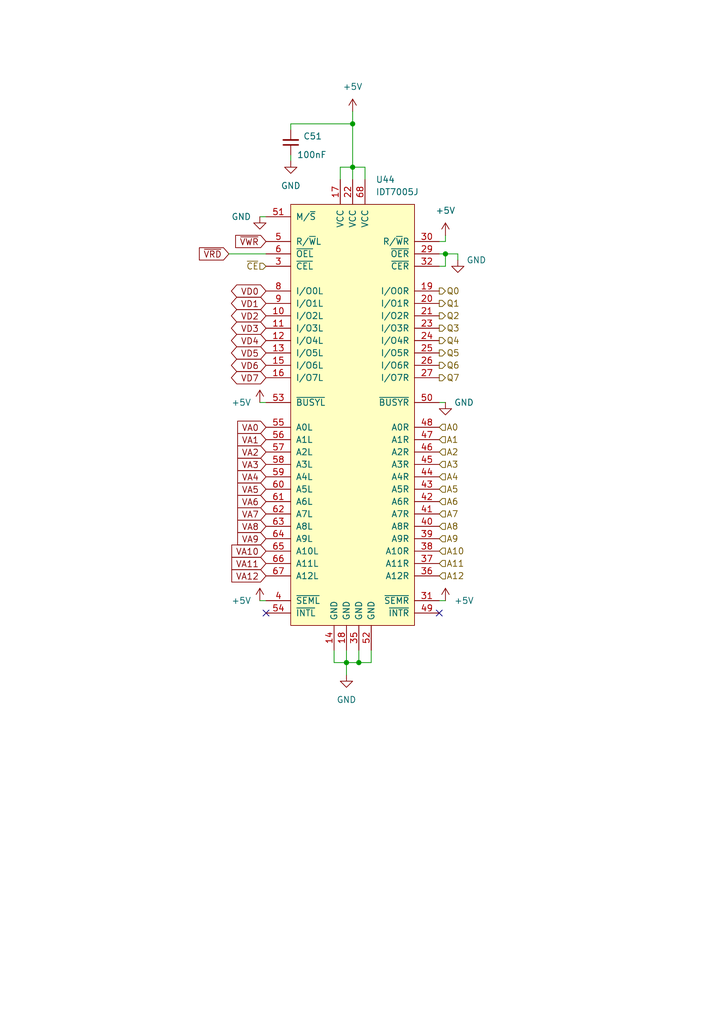
<source format=kicad_sch>
(kicad_sch (version 20250114) (generator "eeschema") (generator_version "9.0")
  (paper "A5" portrait)
  (lib_symbols
    (symbol "Device:C_Small" (pin_numbers (hide yes)) (pin_names (offset 0.254) (hide yes))
      (property "Reference" "C" (at 0.254 1.778 0))
      (property "Value" "C_Small" (at 0.254 -2.032 0))
      (symbol "C_Small_0_1"
        (polyline (pts (xy -1.524 0.508) (xy 1.524 0.508)) (stroke (width 0.3048)))
        (polyline (pts (xy -1.524 -0.508) (xy 1.524 -0.508)) (stroke (width 0.3302)))
      )
      (symbol "C_Small_1_1"
        (pin passive line (at 0 2.54 270) (length 2.032) (name "~") (number "1"))
        (pin passive line (at 0 -2.54 90) (length 2.032) (name "~") (number "2"))
      )
    )
    (symbol "IDT7005:IDT7005J" (pin_names (offset 1.016))
      (property "Reference" "U" (at 0 -1.27 0))
      (property "Value" "IDT7005J" (at 0 1.27 0))
      (symbol "IDT7005J_0_1"
        (rectangle (start -12.7 43.18) (end 12.7 -43.18) (fill (type background)))
      )
      (symbol "IDT7005J_1_1"
        (pin input line (at -17.78 40.64 0) (length 5.08) (name "M/~{S}") (number "51"))
        (pin input line (at -17.78 35.56 0) (length 5.08) (name "R/~{W}L") (number "5"))
        (pin input line (at -17.78 33.02 0) (length 5.08) (name "~{OEL}") (number "6"))
        (pin input line (at -17.78 30.48 0) (length 5.08) (name "~{CEL}") (number "3"))
        (pin bidirectional line (at -17.78 25.4 0) (length 5.08) (name "I/O0L") (number "8"))
        (pin bidirectional line (at -17.78 22.86 0) (length 5.08) (name "I/O1L") (number "9"))
        (pin bidirectional line (at -17.78 20.32 0) (length 5.08) (name "I/O2L") (number "10"))
        (pin bidirectional line (at -17.78 17.78 0) (length 5.08) (name "I/O3L") (number "11"))
        (pin bidirectional line (at -17.78 15.24 0) (length 5.08) (name "I/O4L") (number "12"))
        (pin bidirectional line (at -17.78 12.7 0) (length 5.08) (name "I/O5L") (number "13"))
        (pin bidirectional line (at -17.78 10.16 0) (length 5.08) (name "I/O6L") (number "15"))
        (pin bidirectional line (at -17.78 7.62 0) (length 5.08) (name "I/O7L") (number "16"))
        (pin bidirectional line (at -17.78 2.54 0) (length 5.08) (name "~{BUSYL}") (number "53"))
        (pin input line (at -17.78 -2.54 0) (length 5.08) (name "A0L") (number "55"))
        (pin input line (at -17.78 -5.08 0) (length 5.08) (name "A1L") (number "56"))
        (pin input line (at -17.78 -7.62 0) (length 5.08) (name "A2L") (number "57"))
        (pin input line (at -17.78 -10.16 0) (length 5.08) (name "A3L") (number "58"))
        (pin input line (at -17.78 -12.7 0) (length 5.08) (name "A4L") (number "59"))
        (pin input line (at -17.78 -15.24 0) (length 5.08) (name "A5L") (number "60"))
        (pin input line (at -17.78 -17.78 0) (length 5.08) (name "A6L") (number "61"))
        (pin input line (at -17.78 -20.32 0) (length 5.08) (name "A7L") (number "62"))
        (pin input line (at -17.78 -22.86 0) (length 5.08) (name "A8L") (number "63"))
        (pin input line (at -17.78 -25.4 0) (length 5.08) (name "A9L") (number "64"))
        (pin input line (at -17.78 -27.94 0) (length 5.08) (name "A10L") (number "65"))
        (pin input line (at -17.78 -30.48 0) (length 5.08) (name "A11L") (number "66"))
        (pin input line (at -17.78 -33.02 0) (length 5.08) (name "A12L") (number "67"))
        (pin input line (at -17.78 -38.1 0) (length 5.08) (name "~{SEML}") (number "4"))
        (pin output line (at -17.78 -40.64 0) (length 5.08) (name "~{INTL}") (number "54"))
        (pin power_in line (at -3.81 -48.26 90) (length 5.08) (name "GND") (number "14"))
        (pin power_in line (at -2.54 48.26 270) (length 5.08) (name "VCC") (number "17"))
        (pin power_in line (at -1.27 -48.26 90) (length 5.08) (name "GND") (number "18"))
        (pin power_in line (at 0 48.26 270) (length 5.08) (name "VCC") (number "22"))
        (pin power_in line (at 1.27 -48.26 90) (length 5.08) (name "GND") (number "35"))
        (pin power_in line (at 2.54 48.26 270) (length 5.08) (name "VCC") (number "68"))
        (pin power_in line (at 3.81 -48.26 90) (length 5.08) (name "GND") (number "52"))
        (pin input line (at 17.78 35.56 180) (length 5.08) (name "R/~{W}R") (number "30"))
        (pin input line (at 17.78 33.02 180) (length 5.08) (name "~{OER}") (number "29"))
        (pin input line (at 17.78 30.48 180) (length 5.08) (name "~{CER}") (number "32"))
        (pin bidirectional line (at 17.78 25.4 180) (length 5.08) (name "I/O0R") (number "19"))
        (pin bidirectional line (at 17.78 22.86 180) (length 5.08) (name "I/O1R") (number "20"))
        (pin bidirectional line (at 17.78 20.32 180) (length 5.08) (name "I/O2R") (number "21"))
        (pin bidirectional line (at 17.78 17.78 180) (length 5.08) (name "I/O3R") (number "23"))
        (pin bidirectional line (at 17.78 15.24 180) (length 5.08) (name "I/O4R") (number "24"))
        (pin bidirectional line (at 17.78 12.7 180) (length 5.08) (name "I/O5R") (number "25"))
        (pin bidirectional line (at 17.78 10.16 180) (length 5.08) (name "I/O6R") (number "26"))
        (pin bidirectional line (at 17.78 7.62 180) (length 5.08) (name "I/O7R") (number "27"))
        (pin bidirectional line (at 17.78 2.54 180) (length 5.08) (name "~{BUSYR}") (number "50"))
        (pin input line (at 17.78 -2.54 180) (length 5.08) (name "A0R") (number "48"))
        (pin input line (at 17.78 -5.08 180) (length 5.08) (name "A1R") (number "47"))
        (pin input line (at 17.78 -7.62 180) (length 5.08) (name "A2R") (number "46"))
        (pin input line (at 17.78 -10.16 180) (length 5.08) (name "A3R") (number "45"))
        (pin input line (at 17.78 -12.7 180) (length 5.08) (name "A4R") (number "44"))
        (pin input line (at 17.78 -15.24 180) (length 5.08) (name "A5R") (number "43"))
        (pin input line (at 17.78 -17.78 180) (length 5.08) (name "A6R") (number "42"))
        (pin input line (at 17.78 -20.32 180) (length 5.08) (name "A7R") (number "41"))
        (pin input line (at 17.78 -22.86 180) (length 5.08) (name "A8R") (number "40"))
        (pin input line (at 17.78 -25.4 180) (length 5.08) (name "A9R") (number "39"))
        (pin input line (at 17.78 -27.94 180) (length 5.08) (name "A10R") (number "38"))
        (pin input line (at 17.78 -30.48 180) (length 5.08) (name "A11R") (number "37"))
        (pin input line (at 17.78 -33.02 180) (length 5.08) (name "A12R") (number "36"))
        (pin input line (at 17.78 -38.1 180) (length 5.08) (name "~{SEMR}") (number "31"))
        (pin output line (at 17.78 -40.64 180) (length 5.08) (name "~{INTR}") (number "49"))
      )
    )
    (symbol "power:+5V" (power) (pin_numbers (hide yes)) (pin_names (offset 0) (hide yes))
      (property "Value" "+5V" (at 0 3.556 0))
      (symbol "+5V_0_1"
        (polyline (pts (xy -0.762 1.27) (xy 0 2.54)))
        (polyline (pts (xy 0 2.54) (xy 0.762 1.27)))
        (polyline (pts (xy 0 0) (xy 0 2.54)))
      )
      (symbol "+5V_1_1"
        (pin power_in line (at 0 0 90) (length 0) (name "~") (number "1"))
      )
    )
    (symbol "power:GND" (power) (pin_numbers (hide yes)) (pin_names (offset 0) (hide yes))
      (property "Value" "GND" (at 0 -3.81 0))
      (symbol "GND_0_1"
        (polyline (pts (xy 0 0) (xy 0 -1.27) (xy 1.27 -1.27) (xy 0 -2.54) (xy -1.27 -1.27) (xy 0 -1.27)))
      )
      (symbol "GND_1_1"
        (pin power_in line (at 0 0 270) (length 0) (name "~") (number "1"))
      )
    )
  )
  (junction (at 71.12 135.89))
  (junction (at 72.39 25.4))
  (junction (at 72.39 34.29))
  (junction (at 91.44 52.07))
  (junction (at 73.66 135.89))
  (no_connect (at 54.61 125.73))
  (no_connect (at 90.17 125.73))
  (wire (pts (xy 53.34 82.55) (xy 54.61 82.55)))
  (wire (pts (xy 90.17 82.55) (xy 91.44 82.55)))
  (wire (pts (xy 68.58 133.35) (xy 68.58 135.89)))
  (wire (pts (xy 72.39 25.4) (xy 72.39 34.29)))
  (wire (pts (xy 90.17 54.61) (xy 91.44 54.61)))
  (wire (pts (xy 76.2 135.89) (xy 73.66 135.89)))
  (wire (pts (xy 46.99 52.07) (xy 54.61 52.07)))
  (wire (pts (xy 90.17 49.53) (xy 91.44 49.53)))
  (wire (pts (xy 93.98 52.07) (xy 91.44 52.07)))
  (wire (pts (xy 91.44 49.53) (xy 91.44 48.26)))
  (wire (pts (xy 53.34 44.45) (xy 54.61 44.45)))
  (wire (pts (xy 91.44 123.19) (xy 90.17 123.19)))
  (wire (pts (xy 71.12 135.89) (xy 68.58 135.89)))
  (wire (pts (xy 59.69 25.4) (xy 72.39 25.4)))
  (wire (pts (xy 69.85 34.29) (xy 69.85 36.83)))
  (wire (pts (xy 71.12 138.43) (xy 71.12 135.89)))
  (wire (pts (xy 73.66 133.35) (xy 73.66 135.89)))
  (wire (pts (xy 72.39 34.29) (xy 74.93 34.29)))
  (wire (pts (xy 90.17 52.07) (xy 91.44 52.07)))
  (wire (pts (xy 72.39 34.29) (xy 72.39 36.83)))
  (wire (pts (xy 93.98 53.34) (xy 93.98 52.07)))
  (wire (pts (xy 72.39 22.86) (xy 72.39 25.4)))
  (wire (pts (xy 59.69 31.75) (xy 59.69 33.02)))
  (wire (pts (xy 91.44 52.07) (xy 91.44 54.61)))
  (wire (pts (xy 53.34 123.19) (xy 54.61 123.19)))
  (wire (pts (xy 71.12 133.35) (xy 71.12 135.89)))
  (wire (pts (xy 74.93 34.29) (xy 74.93 36.83)))
  (wire (pts (xy 73.66 135.89) (xy 71.12 135.89)))
  (wire (pts (xy 59.69 25.4) (xy 59.69 26.67)))
  (wire (pts (xy 72.39 34.29) (xy 69.85 34.29)))
  (wire (pts (xy 76.2 133.35) (xy 76.2 135.89)))
  (global_label "VA10" (shape input) (at 54.61 113.03 180) (property "Intersheetrefs" "${INTERSHEET_REFS}" (effects (hide yes))))
  (global_label "VA1" (shape input) (at 54.61 90.17 180) (property "Intersheetrefs" "${INTERSHEET_REFS}" (effects (hide yes))))
  (global_label "VA3" (shape input) (at 54.61 95.25 180) (property "Intersheetrefs" "${INTERSHEET_REFS}" (effects (hide yes))))
  (global_label "VD4" (shape bidirectional) (at 54.61 69.85 180) (property "Intersheetrefs" "${INTERSHEET_REFS}" (effects (hide yes))))
  (global_label "VD7" (shape bidirectional) (at 54.61 77.47 180) (property "Intersheetrefs" "${INTERSHEET_REFS}" (effects (hide yes))))
  (global_label "VD6" (shape bidirectional) (at 54.61 74.93 180) (property "Intersheetrefs" "${INTERSHEET_REFS}" (effects (hide yes))))
  (global_label "VA4" (shape input) (at 54.61 97.79 180) (property "Intersheetrefs" "${INTERSHEET_REFS}" (effects (hide yes))))
  (global_label "VA7" (shape input) (at 54.61 105.41 180) (property "Intersheetrefs" "${INTERSHEET_REFS}" (effects (hide yes))))
  (global_label "~{VWR}" (shape input) (at 54.61 49.53 180) (property "Intersheetrefs" "${INTERSHEET_REFS}" (effects (hide yes))))
  (global_label "VD3" (shape bidirectional) (at 54.61 67.31 180) (property "Intersheetrefs" "${INTERSHEET_REFS}" (effects (hide yes))))
  (global_label "VA0" (shape input) (at 54.61 87.63 180) (property "Intersheetrefs" "${INTERSHEET_REFS}" (effects (hide yes))))
  (global_label "VD0" (shape bidirectional) (at 54.61 59.69 180) (property "Intersheetrefs" "${INTERSHEET_REFS}" (effects (hide yes))))
  (global_label "VA9" (shape input) (at 54.61 110.49 180) (property "Intersheetrefs" "${INTERSHEET_REFS}" (effects (hide yes))))
  (global_label "VD1" (shape bidirectional) (at 54.61 62.23 180) (property "Intersheetrefs" "${INTERSHEET_REFS}" (effects (hide yes))))
  (global_label "VA5" (shape input) (at 54.61 100.33 180) (property "Intersheetrefs" "${INTERSHEET_REFS}" (effects (hide yes))))
  (global_label "VD2" (shape bidirectional) (at 54.61 64.77 180) (property "Intersheetrefs" "${INTERSHEET_REFS}" (effects (hide yes))))
  (global_label "VA12" (shape input) (at 54.61 118.11 180) (property "Intersheetrefs" "${INTERSHEET_REFS}" (effects (hide yes))))
  (global_label "VA2" (shape input) (at 54.61 92.71 180) (property "Intersheetrefs" "${INTERSHEET_REFS}" (effects (hide yes))))
  (global_label "VA8" (shape input) (at 54.61 107.95 180) (property "Intersheetrefs" "${INTERSHEET_REFS}" (effects (hide yes))))
  (global_label "~{VRD}" (shape input) (at 46.99 52.07 180) (property "Intersheetrefs" "${INTERSHEET_REFS}" (effects (hide yes))))
  (global_label "VD5" (shape bidirectional) (at 54.61 72.39 180) (property "Intersheetrefs" "${INTERSHEET_REFS}" (effects (hide yes))))
  (global_label "VA11" (shape input) (at 54.61 115.57 180) (property "Intersheetrefs" "${INTERSHEET_REFS}" (effects (hide yes))))
  (global_label "VA6" (shape input) (at 54.61 102.87 180) (property "Intersheetrefs" "${INTERSHEET_REFS}" (effects (hide yes))))
  (hierarchical_label "Q7" (shape output) (at 90.17 77.47 0))
  (hierarchical_label "Q3" (shape output) (at 90.17 67.31 0))
  (hierarchical_label "A11" (shape input) (at 90.17 115.57 0))
  (hierarchical_label "A10" (shape input) (at 90.17 113.03 0))
  (hierarchical_label "Q0" (shape output) (at 90.17 59.69 0))
  (hierarchical_label "A1" (shape input) (at 90.17 90.17 0))
  (hierarchical_label "A9" (shape input) (at 90.17 110.49 0))
  (hierarchical_label "Q1" (shape output) (at 90.17 62.23 0))
  (hierarchical_label "A6" (shape input) (at 90.17 102.87 0))
  (hierarchical_label "A4" (shape input) (at 90.17 97.79 0))
  (hierarchical_label "Q5" (shape output) (at 90.17 72.39 0))
  (hierarchical_label "~{CE}" (shape input) (at 54.61 54.61 180))
  (hierarchical_label "A7" (shape input) (at 90.17 105.41 0))
  (hierarchical_label "Q6" (shape output) (at 90.17 74.93 0))
  (hierarchical_label "A8" (shape input) (at 90.17 107.95 0))
  (hierarchical_label "A2" (shape input) (at 90.17 92.71 0))
  (hierarchical_label "Q2" (shape output) (at 90.17 64.77 0))
  (hierarchical_label "A12" (shape input) (at 90.17 118.11 0))
  (hierarchical_label "A5" (shape input) (at 90.17 100.33 0))
  (hierarchical_label "A0" (shape input) (at 90.17 87.63 0))
  (hierarchical_label "Q4" (shape output) (at 90.17 69.85 0))
  (hierarchical_label "A3" (shape input) (at 90.17 95.25 0))
  (symbol (lib_id "power:+5V") (at 72.39 22.86 0) (unit 1)
    (property "Reference" "#PWR0212" (effects (hide yes)))
    (property "Value" "+5V" (at 72.39 17.78 0))
    (property "Description" "Power symbol creates a global label with name \"+5V\"" (effects (hide yes)))
    (instances (project "" (path "" (reference "#PWR0212") (unit 1)) (path "" (reference "#PWR0222") (unit 1)) (path "" (reference "#PWR0242") (unit 1)) (path "" (reference "#PWR0232") (unit 1))))
  )
  (symbol (lib_id "Device:C_Small") (at 59.69 29.21 180) (unit 1)
    (property "Reference" "C51" (at 62.23 27.94 0) (effects (justify right)))
    (property "Value" "100nF" (at 60.96 31.75 0) (effects (justify right)))
    (instances (project "fnx51" (path "" (reference "C51") (unit 1)) (path "" (reference "C52") (unit 1)) (path "" (reference "C54") (unit 1)) (path "" (reference "C53") (unit 1))))
  )
  (symbol (lib_id "power:GND") (at 53.34 44.45 0) (unit 1)
    (property "Reference" "#PWR0207" (effects (hide yes)))
    (property "Value" "GND" (at 49.53 44.45 0))
    (property "Description" "Power symbol creates a global label with name \"GND\" , ground" (effects (hide yes)))
    (instances (project "" (path "" (reference "#PWR0207") (unit 1)) (path "" (reference "#PWR0217") (unit 1)) (path "" (reference "#PWR0237") (unit 1)) (path "" (reference "#PWR0227") (unit 1))))
  )
  (symbol (lib_id "power:+5V") (at 91.44 48.26 0) (unit 1)
    (property "Reference" "#PWR0213" (effects (hide yes)))
    (property "Value" "+5V" (at 91.44 43.18 0))
    (property "Description" "Power symbol creates a global label with name \"+5V\"" (effects (hide yes)))
    (instances (project "fnx51" (path "" (reference "#PWR0213") (unit 1)) (path "" (reference "#PWR0223") (unit 1)) (path "" (reference "#PWR0243") (unit 1)) (path "" (reference "#PWR0233") (unit 1))))
  )
  (symbol (lib_id "IDT7005:IDT7005J") (at 72.39 85.09 0) (unit 1)
    (property "Reference" "U44" (at 77.1241 36.83 0) (effects (justify left)))
    (property "Value" "IDT7005J" (at 77.1241 39.37 0) (effects (justify left)))
    (instances (project "" (path "" (reference "U44") (unit 1)) (path "" (reference "U45") (unit 1)) (path "" (reference "U47") (unit 1)) (path "" (reference "U46") (unit 1))))
  )
  (symbol (lib_id "power:GND") (at 71.12 138.43 0) (mirror y) (unit 1)
    (property "Reference" "#PWR0211" (effects (hide yes)))
    (property "Value" "GND" (at 71.12 143.51 0))
    (property "Description" "Power symbol creates a global label with name \"GND\" , ground" (effects (hide yes)))
    (instances (project "fnx51" (path "" (reference "#PWR0211") (unit 1)) (path "" (reference "#PWR0221") (unit 1)) (path "" (reference "#PWR0241") (unit 1)) (path "" (reference "#PWR0231") (unit 1))))
  )
  (symbol (lib_id "power:+5V") (at 53.34 123.19 0) (unit 1)
    (property "Reference" "#PWR0209" (effects (hide yes)))
    (property "Value" "+5V" (at 49.53 123.19 0))
    (property "Description" "Power symbol creates a global label with name \"+5V\"" (effects (hide yes)))
    (instances (project "fnx51" (path "" (reference "#PWR0209") (unit 1)) (path "" (reference "#PWR0219") (unit 1)) (path "" (reference "#PWR0239") (unit 1)) (path "" (reference "#PWR0229") (unit 1))))
  )
  (symbol (lib_id "power:GND") (at 93.98 53.34 0) (mirror y) (unit 1)
    (property "Reference" "#PWR0216" (effects (hide yes)))
    (property "Value" "GND" (at 97.79 53.34 0))
    (property "Description" "Power symbol creates a global label with name \"GND\" , ground" (effects (hide yes)))
    (instances (project "fnx51" (path "" (reference "#PWR0216") (unit 1)) (path "" (reference "#PWR0226") (unit 1)) (path "" (reference "#PWR0246") (unit 1)) (path "" (reference "#PWR0236") (unit 1))))
  )
  (symbol (lib_id "power:+5V") (at 91.44 123.19 0) (mirror y) (unit 1)
    (property "Reference" "#PWR0215" (effects (hide yes)))
    (property "Value" "+5V" (at 95.25 123.19 0))
    (property "Description" "Power symbol creates a global label with name \"+5V\"" (effects (hide yes)))
    (instances (project "fnx51" (path "" (reference "#PWR0215") (unit 1)) (path "" (reference "#PWR0225") (unit 1)) (path "" (reference "#PWR0245") (unit 1)) (path "" (reference "#PWR0235") (unit 1))))
  )
  (symbol (lib_id "power:GND") (at 91.44 82.55 0) (mirror y) (unit 1)
    (property "Reference" "#PWR0214" (effects (hide yes)))
    (property "Value" "GND" (at 95.25 82.55 0))
    (property "Description" "Power symbol creates a global label with name \"GND\" , ground" (effects (hide yes)))
    (instances (project "fnx51" (path "" (reference "#PWR0214") (unit 1)) (path "" (reference "#PWR0224") (unit 1)) (path "" (reference "#PWR0244") (unit 1)) (path "" (reference "#PWR0234") (unit 1))))
  )
  (symbol (lib_id "power:GND") (at 59.69 33.02 0) (unit 1)
    (property "Reference" "#PWR0210" (effects (hide yes)))
    (property "Value" "GND" (at 59.69 38.1 0))
    (property "Description" "Power symbol creates a global label with name \"GND\" , ground" (effects (hide yes)))
    (instances (project "fnx51" (path "" (reference "#PWR0210") (unit 1)) (path "" (reference "#PWR0220") (unit 1)) (path "" (reference "#PWR0240") (unit 1)) (path "" (reference "#PWR0230") (unit 1))))
  )
  (symbol (lib_id "power:+5V") (at 53.34 82.55 0) (unit 1)
    (property "Reference" "#PWR0208" (effects (hide yes)))
    (property "Value" "+5V" (at 49.53 82.55 0))
    (property "Description" "Power symbol creates a global label with name \"+5V\"" (effects (hide yes)))
    (instances (project "fnx51" (path "" (reference "#PWR0208") (unit 1)) (path "" (reference "#PWR0218") (unit 1)) (path "" (reference "#PWR0238") (unit 1)) (path "" (reference "#PWR0228") (unit 1))))
  )
)
</source>
